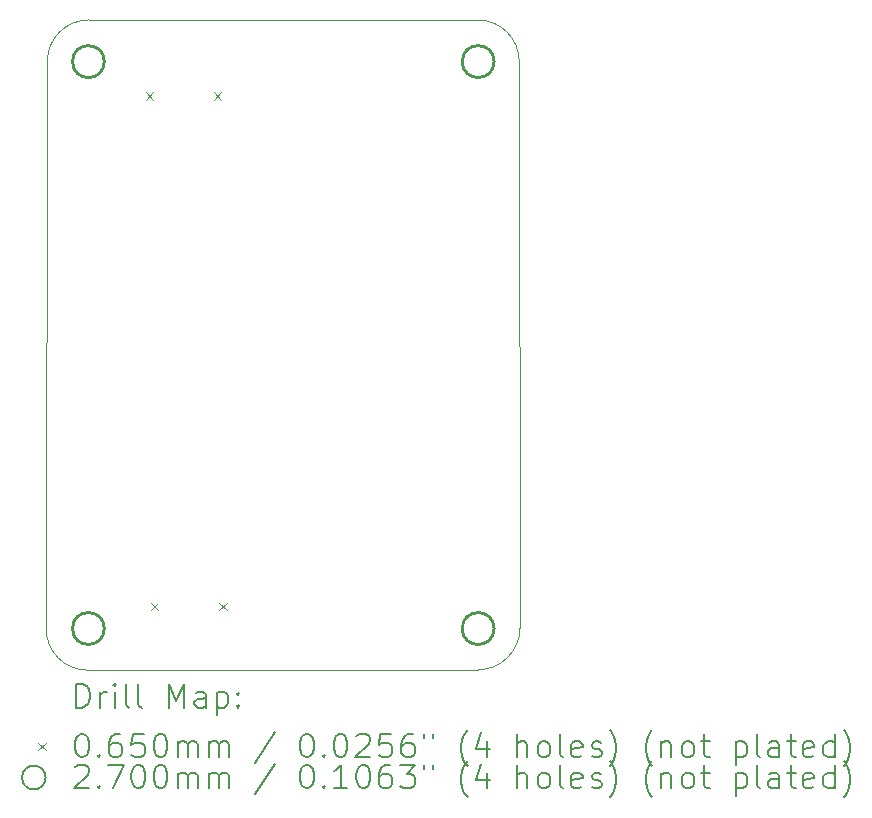
<source format=gbr>
%TF.GenerationSoftware,KiCad,Pcbnew,7.0.5*%
%TF.CreationDate,2023-07-07T08:45:00+03:00*%
%TF.ProjectId,carrier_board_v1,63617272-6965-4725-9f62-6f6172645f76,v01*%
%TF.SameCoordinates,Original*%
%TF.FileFunction,Drillmap*%
%TF.FilePolarity,Positive*%
%FSLAX45Y45*%
G04 Gerber Fmt 4.5, Leading zero omitted, Abs format (unit mm)*
G04 Created by KiCad (PCBNEW 7.0.5) date 2023-07-07 08:45:00*
%MOMM*%
%LPD*%
G01*
G04 APERTURE LIST*
%ADD10C,0.100000*%
%ADD11C,0.200000*%
%ADD12C,0.065000*%
%ADD13C,0.270000*%
G04 APERTURE END LIST*
D10*
X16653870Y-12994235D02*
X16647513Y-8197487D01*
X13002487Y-7847487D02*
G75*
G03*
X12652487Y-8197487I3J-350003D01*
G01*
X12652487Y-8197487D02*
X12642487Y-13002513D01*
X12992487Y-13352513D02*
X16299235Y-13348870D01*
X12642487Y-13002513D02*
G75*
G03*
X12992487Y-13352513I350003J3D01*
G01*
X16297513Y-7847487D02*
X13002487Y-7847487D01*
X16299235Y-13348870D02*
G75*
G03*
X16653870Y-12994235I5J354630D01*
G01*
X16647513Y-8197487D02*
G75*
G03*
X16297513Y-7847487I-350003J-3D01*
G01*
D11*
D12*
X13483500Y-8460500D02*
X13548500Y-8525500D01*
X13548500Y-8460500D02*
X13483500Y-8525500D01*
X13527250Y-12780000D02*
X13592250Y-12845000D01*
X13592250Y-12780000D02*
X13527250Y-12845000D01*
X14061500Y-8460500D02*
X14126500Y-8525500D01*
X14126500Y-8460500D02*
X14061500Y-8525500D01*
X14105250Y-12780000D02*
X14170250Y-12845000D01*
X14170250Y-12780000D02*
X14105250Y-12845000D01*
D13*
X13135000Y-8200000D02*
G75*
G03*
X13135000Y-8200000I-135000J0D01*
G01*
X13135000Y-13000000D02*
G75*
G03*
X13135000Y-13000000I-135000J0D01*
G01*
X16435000Y-8200000D02*
G75*
G03*
X16435000Y-8200000I-135000J0D01*
G01*
X16435000Y-13000000D02*
G75*
G03*
X16435000Y-13000000I-135000J0D01*
G01*
D11*
X12898264Y-13668996D02*
X12898264Y-13468996D01*
X12898264Y-13468996D02*
X12945883Y-13468996D01*
X12945883Y-13468996D02*
X12974455Y-13478520D01*
X12974455Y-13478520D02*
X12993502Y-13497568D01*
X12993502Y-13497568D02*
X13003026Y-13516615D01*
X13003026Y-13516615D02*
X13012550Y-13554711D01*
X13012550Y-13554711D02*
X13012550Y-13583282D01*
X13012550Y-13583282D02*
X13003026Y-13621377D01*
X13003026Y-13621377D02*
X12993502Y-13640425D01*
X12993502Y-13640425D02*
X12974455Y-13659473D01*
X12974455Y-13659473D02*
X12945883Y-13668996D01*
X12945883Y-13668996D02*
X12898264Y-13668996D01*
X13098264Y-13668996D02*
X13098264Y-13535663D01*
X13098264Y-13573758D02*
X13107788Y-13554711D01*
X13107788Y-13554711D02*
X13117312Y-13545187D01*
X13117312Y-13545187D02*
X13136359Y-13535663D01*
X13136359Y-13535663D02*
X13155407Y-13535663D01*
X13222074Y-13668996D02*
X13222074Y-13535663D01*
X13222074Y-13468996D02*
X13212550Y-13478520D01*
X13212550Y-13478520D02*
X13222074Y-13488044D01*
X13222074Y-13488044D02*
X13231597Y-13478520D01*
X13231597Y-13478520D02*
X13222074Y-13468996D01*
X13222074Y-13468996D02*
X13222074Y-13488044D01*
X13345883Y-13668996D02*
X13326836Y-13659473D01*
X13326836Y-13659473D02*
X13317312Y-13640425D01*
X13317312Y-13640425D02*
X13317312Y-13468996D01*
X13450645Y-13668996D02*
X13431597Y-13659473D01*
X13431597Y-13659473D02*
X13422074Y-13640425D01*
X13422074Y-13640425D02*
X13422074Y-13468996D01*
X13679217Y-13668996D02*
X13679217Y-13468996D01*
X13679217Y-13468996D02*
X13745883Y-13611853D01*
X13745883Y-13611853D02*
X13812550Y-13468996D01*
X13812550Y-13468996D02*
X13812550Y-13668996D01*
X13993502Y-13668996D02*
X13993502Y-13564234D01*
X13993502Y-13564234D02*
X13983978Y-13545187D01*
X13983978Y-13545187D02*
X13964931Y-13535663D01*
X13964931Y-13535663D02*
X13926836Y-13535663D01*
X13926836Y-13535663D02*
X13907788Y-13545187D01*
X13993502Y-13659473D02*
X13974455Y-13668996D01*
X13974455Y-13668996D02*
X13926836Y-13668996D01*
X13926836Y-13668996D02*
X13907788Y-13659473D01*
X13907788Y-13659473D02*
X13898264Y-13640425D01*
X13898264Y-13640425D02*
X13898264Y-13621377D01*
X13898264Y-13621377D02*
X13907788Y-13602330D01*
X13907788Y-13602330D02*
X13926836Y-13592806D01*
X13926836Y-13592806D02*
X13974455Y-13592806D01*
X13974455Y-13592806D02*
X13993502Y-13583282D01*
X14088740Y-13535663D02*
X14088740Y-13735663D01*
X14088740Y-13545187D02*
X14107788Y-13535663D01*
X14107788Y-13535663D02*
X14145883Y-13535663D01*
X14145883Y-13535663D02*
X14164931Y-13545187D01*
X14164931Y-13545187D02*
X14174455Y-13554711D01*
X14174455Y-13554711D02*
X14183978Y-13573758D01*
X14183978Y-13573758D02*
X14183978Y-13630901D01*
X14183978Y-13630901D02*
X14174455Y-13649949D01*
X14174455Y-13649949D02*
X14164931Y-13659473D01*
X14164931Y-13659473D02*
X14145883Y-13668996D01*
X14145883Y-13668996D02*
X14107788Y-13668996D01*
X14107788Y-13668996D02*
X14088740Y-13659473D01*
X14269693Y-13649949D02*
X14279217Y-13659473D01*
X14279217Y-13659473D02*
X14269693Y-13668996D01*
X14269693Y-13668996D02*
X14260169Y-13659473D01*
X14260169Y-13659473D02*
X14269693Y-13649949D01*
X14269693Y-13649949D02*
X14269693Y-13668996D01*
X14269693Y-13545187D02*
X14279217Y-13554711D01*
X14279217Y-13554711D02*
X14269693Y-13564234D01*
X14269693Y-13564234D02*
X14260169Y-13554711D01*
X14260169Y-13554711D02*
X14269693Y-13545187D01*
X14269693Y-13545187D02*
X14269693Y-13564234D01*
D12*
X12572487Y-13965013D02*
X12637487Y-14030013D01*
X12637487Y-13965013D02*
X12572487Y-14030013D01*
D11*
X12936359Y-13888996D02*
X12955407Y-13888996D01*
X12955407Y-13888996D02*
X12974455Y-13898520D01*
X12974455Y-13898520D02*
X12983978Y-13908044D01*
X12983978Y-13908044D02*
X12993502Y-13927092D01*
X12993502Y-13927092D02*
X13003026Y-13965187D01*
X13003026Y-13965187D02*
X13003026Y-14012806D01*
X13003026Y-14012806D02*
X12993502Y-14050901D01*
X12993502Y-14050901D02*
X12983978Y-14069949D01*
X12983978Y-14069949D02*
X12974455Y-14079473D01*
X12974455Y-14079473D02*
X12955407Y-14088996D01*
X12955407Y-14088996D02*
X12936359Y-14088996D01*
X12936359Y-14088996D02*
X12917312Y-14079473D01*
X12917312Y-14079473D02*
X12907788Y-14069949D01*
X12907788Y-14069949D02*
X12898264Y-14050901D01*
X12898264Y-14050901D02*
X12888740Y-14012806D01*
X12888740Y-14012806D02*
X12888740Y-13965187D01*
X12888740Y-13965187D02*
X12898264Y-13927092D01*
X12898264Y-13927092D02*
X12907788Y-13908044D01*
X12907788Y-13908044D02*
X12917312Y-13898520D01*
X12917312Y-13898520D02*
X12936359Y-13888996D01*
X13088740Y-14069949D02*
X13098264Y-14079473D01*
X13098264Y-14079473D02*
X13088740Y-14088996D01*
X13088740Y-14088996D02*
X13079217Y-14079473D01*
X13079217Y-14079473D02*
X13088740Y-14069949D01*
X13088740Y-14069949D02*
X13088740Y-14088996D01*
X13269693Y-13888996D02*
X13231597Y-13888996D01*
X13231597Y-13888996D02*
X13212550Y-13898520D01*
X13212550Y-13898520D02*
X13203026Y-13908044D01*
X13203026Y-13908044D02*
X13183978Y-13936615D01*
X13183978Y-13936615D02*
X13174455Y-13974711D01*
X13174455Y-13974711D02*
X13174455Y-14050901D01*
X13174455Y-14050901D02*
X13183978Y-14069949D01*
X13183978Y-14069949D02*
X13193502Y-14079473D01*
X13193502Y-14079473D02*
X13212550Y-14088996D01*
X13212550Y-14088996D02*
X13250645Y-14088996D01*
X13250645Y-14088996D02*
X13269693Y-14079473D01*
X13269693Y-14079473D02*
X13279217Y-14069949D01*
X13279217Y-14069949D02*
X13288740Y-14050901D01*
X13288740Y-14050901D02*
X13288740Y-14003282D01*
X13288740Y-14003282D02*
X13279217Y-13984234D01*
X13279217Y-13984234D02*
X13269693Y-13974711D01*
X13269693Y-13974711D02*
X13250645Y-13965187D01*
X13250645Y-13965187D02*
X13212550Y-13965187D01*
X13212550Y-13965187D02*
X13193502Y-13974711D01*
X13193502Y-13974711D02*
X13183978Y-13984234D01*
X13183978Y-13984234D02*
X13174455Y-14003282D01*
X13469693Y-13888996D02*
X13374455Y-13888996D01*
X13374455Y-13888996D02*
X13364931Y-13984234D01*
X13364931Y-13984234D02*
X13374455Y-13974711D01*
X13374455Y-13974711D02*
X13393502Y-13965187D01*
X13393502Y-13965187D02*
X13441121Y-13965187D01*
X13441121Y-13965187D02*
X13460169Y-13974711D01*
X13460169Y-13974711D02*
X13469693Y-13984234D01*
X13469693Y-13984234D02*
X13479217Y-14003282D01*
X13479217Y-14003282D02*
X13479217Y-14050901D01*
X13479217Y-14050901D02*
X13469693Y-14069949D01*
X13469693Y-14069949D02*
X13460169Y-14079473D01*
X13460169Y-14079473D02*
X13441121Y-14088996D01*
X13441121Y-14088996D02*
X13393502Y-14088996D01*
X13393502Y-14088996D02*
X13374455Y-14079473D01*
X13374455Y-14079473D02*
X13364931Y-14069949D01*
X13603026Y-13888996D02*
X13622074Y-13888996D01*
X13622074Y-13888996D02*
X13641121Y-13898520D01*
X13641121Y-13898520D02*
X13650645Y-13908044D01*
X13650645Y-13908044D02*
X13660169Y-13927092D01*
X13660169Y-13927092D02*
X13669693Y-13965187D01*
X13669693Y-13965187D02*
X13669693Y-14012806D01*
X13669693Y-14012806D02*
X13660169Y-14050901D01*
X13660169Y-14050901D02*
X13650645Y-14069949D01*
X13650645Y-14069949D02*
X13641121Y-14079473D01*
X13641121Y-14079473D02*
X13622074Y-14088996D01*
X13622074Y-14088996D02*
X13603026Y-14088996D01*
X13603026Y-14088996D02*
X13583978Y-14079473D01*
X13583978Y-14079473D02*
X13574455Y-14069949D01*
X13574455Y-14069949D02*
X13564931Y-14050901D01*
X13564931Y-14050901D02*
X13555407Y-14012806D01*
X13555407Y-14012806D02*
X13555407Y-13965187D01*
X13555407Y-13965187D02*
X13564931Y-13927092D01*
X13564931Y-13927092D02*
X13574455Y-13908044D01*
X13574455Y-13908044D02*
X13583978Y-13898520D01*
X13583978Y-13898520D02*
X13603026Y-13888996D01*
X13755407Y-14088996D02*
X13755407Y-13955663D01*
X13755407Y-13974711D02*
X13764931Y-13965187D01*
X13764931Y-13965187D02*
X13783978Y-13955663D01*
X13783978Y-13955663D02*
X13812550Y-13955663D01*
X13812550Y-13955663D02*
X13831598Y-13965187D01*
X13831598Y-13965187D02*
X13841121Y-13984234D01*
X13841121Y-13984234D02*
X13841121Y-14088996D01*
X13841121Y-13984234D02*
X13850645Y-13965187D01*
X13850645Y-13965187D02*
X13869693Y-13955663D01*
X13869693Y-13955663D02*
X13898264Y-13955663D01*
X13898264Y-13955663D02*
X13917312Y-13965187D01*
X13917312Y-13965187D02*
X13926836Y-13984234D01*
X13926836Y-13984234D02*
X13926836Y-14088996D01*
X14022074Y-14088996D02*
X14022074Y-13955663D01*
X14022074Y-13974711D02*
X14031598Y-13965187D01*
X14031598Y-13965187D02*
X14050645Y-13955663D01*
X14050645Y-13955663D02*
X14079217Y-13955663D01*
X14079217Y-13955663D02*
X14098264Y-13965187D01*
X14098264Y-13965187D02*
X14107788Y-13984234D01*
X14107788Y-13984234D02*
X14107788Y-14088996D01*
X14107788Y-13984234D02*
X14117312Y-13965187D01*
X14117312Y-13965187D02*
X14136359Y-13955663D01*
X14136359Y-13955663D02*
X14164931Y-13955663D01*
X14164931Y-13955663D02*
X14183979Y-13965187D01*
X14183979Y-13965187D02*
X14193502Y-13984234D01*
X14193502Y-13984234D02*
X14193502Y-14088996D01*
X14583979Y-13879473D02*
X14412550Y-14136615D01*
X14841121Y-13888996D02*
X14860169Y-13888996D01*
X14860169Y-13888996D02*
X14879217Y-13898520D01*
X14879217Y-13898520D02*
X14888741Y-13908044D01*
X14888741Y-13908044D02*
X14898264Y-13927092D01*
X14898264Y-13927092D02*
X14907788Y-13965187D01*
X14907788Y-13965187D02*
X14907788Y-14012806D01*
X14907788Y-14012806D02*
X14898264Y-14050901D01*
X14898264Y-14050901D02*
X14888741Y-14069949D01*
X14888741Y-14069949D02*
X14879217Y-14079473D01*
X14879217Y-14079473D02*
X14860169Y-14088996D01*
X14860169Y-14088996D02*
X14841121Y-14088996D01*
X14841121Y-14088996D02*
X14822074Y-14079473D01*
X14822074Y-14079473D02*
X14812550Y-14069949D01*
X14812550Y-14069949D02*
X14803026Y-14050901D01*
X14803026Y-14050901D02*
X14793502Y-14012806D01*
X14793502Y-14012806D02*
X14793502Y-13965187D01*
X14793502Y-13965187D02*
X14803026Y-13927092D01*
X14803026Y-13927092D02*
X14812550Y-13908044D01*
X14812550Y-13908044D02*
X14822074Y-13898520D01*
X14822074Y-13898520D02*
X14841121Y-13888996D01*
X14993502Y-14069949D02*
X15003026Y-14079473D01*
X15003026Y-14079473D02*
X14993502Y-14088996D01*
X14993502Y-14088996D02*
X14983979Y-14079473D01*
X14983979Y-14079473D02*
X14993502Y-14069949D01*
X14993502Y-14069949D02*
X14993502Y-14088996D01*
X15126836Y-13888996D02*
X15145883Y-13888996D01*
X15145883Y-13888996D02*
X15164931Y-13898520D01*
X15164931Y-13898520D02*
X15174455Y-13908044D01*
X15174455Y-13908044D02*
X15183979Y-13927092D01*
X15183979Y-13927092D02*
X15193502Y-13965187D01*
X15193502Y-13965187D02*
X15193502Y-14012806D01*
X15193502Y-14012806D02*
X15183979Y-14050901D01*
X15183979Y-14050901D02*
X15174455Y-14069949D01*
X15174455Y-14069949D02*
X15164931Y-14079473D01*
X15164931Y-14079473D02*
X15145883Y-14088996D01*
X15145883Y-14088996D02*
X15126836Y-14088996D01*
X15126836Y-14088996D02*
X15107788Y-14079473D01*
X15107788Y-14079473D02*
X15098264Y-14069949D01*
X15098264Y-14069949D02*
X15088741Y-14050901D01*
X15088741Y-14050901D02*
X15079217Y-14012806D01*
X15079217Y-14012806D02*
X15079217Y-13965187D01*
X15079217Y-13965187D02*
X15088741Y-13927092D01*
X15088741Y-13927092D02*
X15098264Y-13908044D01*
X15098264Y-13908044D02*
X15107788Y-13898520D01*
X15107788Y-13898520D02*
X15126836Y-13888996D01*
X15269693Y-13908044D02*
X15279217Y-13898520D01*
X15279217Y-13898520D02*
X15298264Y-13888996D01*
X15298264Y-13888996D02*
X15345883Y-13888996D01*
X15345883Y-13888996D02*
X15364931Y-13898520D01*
X15364931Y-13898520D02*
X15374455Y-13908044D01*
X15374455Y-13908044D02*
X15383979Y-13927092D01*
X15383979Y-13927092D02*
X15383979Y-13946139D01*
X15383979Y-13946139D02*
X15374455Y-13974711D01*
X15374455Y-13974711D02*
X15260169Y-14088996D01*
X15260169Y-14088996D02*
X15383979Y-14088996D01*
X15564931Y-13888996D02*
X15469693Y-13888996D01*
X15469693Y-13888996D02*
X15460169Y-13984234D01*
X15460169Y-13984234D02*
X15469693Y-13974711D01*
X15469693Y-13974711D02*
X15488741Y-13965187D01*
X15488741Y-13965187D02*
X15536360Y-13965187D01*
X15536360Y-13965187D02*
X15555407Y-13974711D01*
X15555407Y-13974711D02*
X15564931Y-13984234D01*
X15564931Y-13984234D02*
X15574455Y-14003282D01*
X15574455Y-14003282D02*
X15574455Y-14050901D01*
X15574455Y-14050901D02*
X15564931Y-14069949D01*
X15564931Y-14069949D02*
X15555407Y-14079473D01*
X15555407Y-14079473D02*
X15536360Y-14088996D01*
X15536360Y-14088996D02*
X15488741Y-14088996D01*
X15488741Y-14088996D02*
X15469693Y-14079473D01*
X15469693Y-14079473D02*
X15460169Y-14069949D01*
X15745883Y-13888996D02*
X15707788Y-13888996D01*
X15707788Y-13888996D02*
X15688741Y-13898520D01*
X15688741Y-13898520D02*
X15679217Y-13908044D01*
X15679217Y-13908044D02*
X15660169Y-13936615D01*
X15660169Y-13936615D02*
X15650645Y-13974711D01*
X15650645Y-13974711D02*
X15650645Y-14050901D01*
X15650645Y-14050901D02*
X15660169Y-14069949D01*
X15660169Y-14069949D02*
X15669693Y-14079473D01*
X15669693Y-14079473D02*
X15688741Y-14088996D01*
X15688741Y-14088996D02*
X15726836Y-14088996D01*
X15726836Y-14088996D02*
X15745883Y-14079473D01*
X15745883Y-14079473D02*
X15755407Y-14069949D01*
X15755407Y-14069949D02*
X15764931Y-14050901D01*
X15764931Y-14050901D02*
X15764931Y-14003282D01*
X15764931Y-14003282D02*
X15755407Y-13984234D01*
X15755407Y-13984234D02*
X15745883Y-13974711D01*
X15745883Y-13974711D02*
X15726836Y-13965187D01*
X15726836Y-13965187D02*
X15688741Y-13965187D01*
X15688741Y-13965187D02*
X15669693Y-13974711D01*
X15669693Y-13974711D02*
X15660169Y-13984234D01*
X15660169Y-13984234D02*
X15650645Y-14003282D01*
X15841122Y-13888996D02*
X15841122Y-13927092D01*
X15917312Y-13888996D02*
X15917312Y-13927092D01*
X16212550Y-14165187D02*
X16203026Y-14155663D01*
X16203026Y-14155663D02*
X16183979Y-14127092D01*
X16183979Y-14127092D02*
X16174455Y-14108044D01*
X16174455Y-14108044D02*
X16164931Y-14079473D01*
X16164931Y-14079473D02*
X16155407Y-14031853D01*
X16155407Y-14031853D02*
X16155407Y-13993758D01*
X16155407Y-13993758D02*
X16164931Y-13946139D01*
X16164931Y-13946139D02*
X16174455Y-13917568D01*
X16174455Y-13917568D02*
X16183979Y-13898520D01*
X16183979Y-13898520D02*
X16203026Y-13869949D01*
X16203026Y-13869949D02*
X16212550Y-13860425D01*
X16374455Y-13955663D02*
X16374455Y-14088996D01*
X16326836Y-13879473D02*
X16279217Y-14022330D01*
X16279217Y-14022330D02*
X16403026Y-14022330D01*
X16631598Y-14088996D02*
X16631598Y-13888996D01*
X16717312Y-14088996D02*
X16717312Y-13984234D01*
X16717312Y-13984234D02*
X16707788Y-13965187D01*
X16707788Y-13965187D02*
X16688741Y-13955663D01*
X16688741Y-13955663D02*
X16660169Y-13955663D01*
X16660169Y-13955663D02*
X16641122Y-13965187D01*
X16641122Y-13965187D02*
X16631598Y-13974711D01*
X16841122Y-14088996D02*
X16822074Y-14079473D01*
X16822074Y-14079473D02*
X16812550Y-14069949D01*
X16812550Y-14069949D02*
X16803027Y-14050901D01*
X16803027Y-14050901D02*
X16803027Y-13993758D01*
X16803027Y-13993758D02*
X16812550Y-13974711D01*
X16812550Y-13974711D02*
X16822074Y-13965187D01*
X16822074Y-13965187D02*
X16841122Y-13955663D01*
X16841122Y-13955663D02*
X16869693Y-13955663D01*
X16869693Y-13955663D02*
X16888741Y-13965187D01*
X16888741Y-13965187D02*
X16898265Y-13974711D01*
X16898265Y-13974711D02*
X16907788Y-13993758D01*
X16907788Y-13993758D02*
X16907788Y-14050901D01*
X16907788Y-14050901D02*
X16898265Y-14069949D01*
X16898265Y-14069949D02*
X16888741Y-14079473D01*
X16888741Y-14079473D02*
X16869693Y-14088996D01*
X16869693Y-14088996D02*
X16841122Y-14088996D01*
X17022074Y-14088996D02*
X17003027Y-14079473D01*
X17003027Y-14079473D02*
X16993503Y-14060425D01*
X16993503Y-14060425D02*
X16993503Y-13888996D01*
X17174455Y-14079473D02*
X17155408Y-14088996D01*
X17155408Y-14088996D02*
X17117312Y-14088996D01*
X17117312Y-14088996D02*
X17098265Y-14079473D01*
X17098265Y-14079473D02*
X17088741Y-14060425D01*
X17088741Y-14060425D02*
X17088741Y-13984234D01*
X17088741Y-13984234D02*
X17098265Y-13965187D01*
X17098265Y-13965187D02*
X17117312Y-13955663D01*
X17117312Y-13955663D02*
X17155408Y-13955663D01*
X17155408Y-13955663D02*
X17174455Y-13965187D01*
X17174455Y-13965187D02*
X17183979Y-13984234D01*
X17183979Y-13984234D02*
X17183979Y-14003282D01*
X17183979Y-14003282D02*
X17088741Y-14022330D01*
X17260169Y-14079473D02*
X17279217Y-14088996D01*
X17279217Y-14088996D02*
X17317312Y-14088996D01*
X17317312Y-14088996D02*
X17336360Y-14079473D01*
X17336360Y-14079473D02*
X17345884Y-14060425D01*
X17345884Y-14060425D02*
X17345884Y-14050901D01*
X17345884Y-14050901D02*
X17336360Y-14031853D01*
X17336360Y-14031853D02*
X17317312Y-14022330D01*
X17317312Y-14022330D02*
X17288741Y-14022330D01*
X17288741Y-14022330D02*
X17269693Y-14012806D01*
X17269693Y-14012806D02*
X17260169Y-13993758D01*
X17260169Y-13993758D02*
X17260169Y-13984234D01*
X17260169Y-13984234D02*
X17269693Y-13965187D01*
X17269693Y-13965187D02*
X17288741Y-13955663D01*
X17288741Y-13955663D02*
X17317312Y-13955663D01*
X17317312Y-13955663D02*
X17336360Y-13965187D01*
X17412550Y-14165187D02*
X17422074Y-14155663D01*
X17422074Y-14155663D02*
X17441122Y-14127092D01*
X17441122Y-14127092D02*
X17450646Y-14108044D01*
X17450646Y-14108044D02*
X17460169Y-14079473D01*
X17460169Y-14079473D02*
X17469693Y-14031853D01*
X17469693Y-14031853D02*
X17469693Y-13993758D01*
X17469693Y-13993758D02*
X17460169Y-13946139D01*
X17460169Y-13946139D02*
X17450646Y-13917568D01*
X17450646Y-13917568D02*
X17441122Y-13898520D01*
X17441122Y-13898520D02*
X17422074Y-13869949D01*
X17422074Y-13869949D02*
X17412550Y-13860425D01*
X17774455Y-14165187D02*
X17764931Y-14155663D01*
X17764931Y-14155663D02*
X17745884Y-14127092D01*
X17745884Y-14127092D02*
X17736360Y-14108044D01*
X17736360Y-14108044D02*
X17726836Y-14079473D01*
X17726836Y-14079473D02*
X17717312Y-14031853D01*
X17717312Y-14031853D02*
X17717312Y-13993758D01*
X17717312Y-13993758D02*
X17726836Y-13946139D01*
X17726836Y-13946139D02*
X17736360Y-13917568D01*
X17736360Y-13917568D02*
X17745884Y-13898520D01*
X17745884Y-13898520D02*
X17764931Y-13869949D01*
X17764931Y-13869949D02*
X17774455Y-13860425D01*
X17850646Y-13955663D02*
X17850646Y-14088996D01*
X17850646Y-13974711D02*
X17860169Y-13965187D01*
X17860169Y-13965187D02*
X17879217Y-13955663D01*
X17879217Y-13955663D02*
X17907789Y-13955663D01*
X17907789Y-13955663D02*
X17926836Y-13965187D01*
X17926836Y-13965187D02*
X17936360Y-13984234D01*
X17936360Y-13984234D02*
X17936360Y-14088996D01*
X18060169Y-14088996D02*
X18041122Y-14079473D01*
X18041122Y-14079473D02*
X18031598Y-14069949D01*
X18031598Y-14069949D02*
X18022074Y-14050901D01*
X18022074Y-14050901D02*
X18022074Y-13993758D01*
X18022074Y-13993758D02*
X18031598Y-13974711D01*
X18031598Y-13974711D02*
X18041122Y-13965187D01*
X18041122Y-13965187D02*
X18060169Y-13955663D01*
X18060169Y-13955663D02*
X18088741Y-13955663D01*
X18088741Y-13955663D02*
X18107789Y-13965187D01*
X18107789Y-13965187D02*
X18117312Y-13974711D01*
X18117312Y-13974711D02*
X18126836Y-13993758D01*
X18126836Y-13993758D02*
X18126836Y-14050901D01*
X18126836Y-14050901D02*
X18117312Y-14069949D01*
X18117312Y-14069949D02*
X18107789Y-14079473D01*
X18107789Y-14079473D02*
X18088741Y-14088996D01*
X18088741Y-14088996D02*
X18060169Y-14088996D01*
X18183979Y-13955663D02*
X18260169Y-13955663D01*
X18212550Y-13888996D02*
X18212550Y-14060425D01*
X18212550Y-14060425D02*
X18222074Y-14079473D01*
X18222074Y-14079473D02*
X18241122Y-14088996D01*
X18241122Y-14088996D02*
X18260169Y-14088996D01*
X18479217Y-13955663D02*
X18479217Y-14155663D01*
X18479217Y-13965187D02*
X18498265Y-13955663D01*
X18498265Y-13955663D02*
X18536360Y-13955663D01*
X18536360Y-13955663D02*
X18555408Y-13965187D01*
X18555408Y-13965187D02*
X18564931Y-13974711D01*
X18564931Y-13974711D02*
X18574455Y-13993758D01*
X18574455Y-13993758D02*
X18574455Y-14050901D01*
X18574455Y-14050901D02*
X18564931Y-14069949D01*
X18564931Y-14069949D02*
X18555408Y-14079473D01*
X18555408Y-14079473D02*
X18536360Y-14088996D01*
X18536360Y-14088996D02*
X18498265Y-14088996D01*
X18498265Y-14088996D02*
X18479217Y-14079473D01*
X18688741Y-14088996D02*
X18669693Y-14079473D01*
X18669693Y-14079473D02*
X18660170Y-14060425D01*
X18660170Y-14060425D02*
X18660170Y-13888996D01*
X18850646Y-14088996D02*
X18850646Y-13984234D01*
X18850646Y-13984234D02*
X18841122Y-13965187D01*
X18841122Y-13965187D02*
X18822074Y-13955663D01*
X18822074Y-13955663D02*
X18783979Y-13955663D01*
X18783979Y-13955663D02*
X18764931Y-13965187D01*
X18850646Y-14079473D02*
X18831598Y-14088996D01*
X18831598Y-14088996D02*
X18783979Y-14088996D01*
X18783979Y-14088996D02*
X18764931Y-14079473D01*
X18764931Y-14079473D02*
X18755408Y-14060425D01*
X18755408Y-14060425D02*
X18755408Y-14041377D01*
X18755408Y-14041377D02*
X18764931Y-14022330D01*
X18764931Y-14022330D02*
X18783979Y-14012806D01*
X18783979Y-14012806D02*
X18831598Y-14012806D01*
X18831598Y-14012806D02*
X18850646Y-14003282D01*
X18917312Y-13955663D02*
X18993503Y-13955663D01*
X18945884Y-13888996D02*
X18945884Y-14060425D01*
X18945884Y-14060425D02*
X18955408Y-14079473D01*
X18955408Y-14079473D02*
X18974455Y-14088996D01*
X18974455Y-14088996D02*
X18993503Y-14088996D01*
X19136360Y-14079473D02*
X19117312Y-14088996D01*
X19117312Y-14088996D02*
X19079217Y-14088996D01*
X19079217Y-14088996D02*
X19060170Y-14079473D01*
X19060170Y-14079473D02*
X19050646Y-14060425D01*
X19050646Y-14060425D02*
X19050646Y-13984234D01*
X19050646Y-13984234D02*
X19060170Y-13965187D01*
X19060170Y-13965187D02*
X19079217Y-13955663D01*
X19079217Y-13955663D02*
X19117312Y-13955663D01*
X19117312Y-13955663D02*
X19136360Y-13965187D01*
X19136360Y-13965187D02*
X19145884Y-13984234D01*
X19145884Y-13984234D02*
X19145884Y-14003282D01*
X19145884Y-14003282D02*
X19050646Y-14022330D01*
X19317312Y-14088996D02*
X19317312Y-13888996D01*
X19317312Y-14079473D02*
X19298265Y-14088996D01*
X19298265Y-14088996D02*
X19260170Y-14088996D01*
X19260170Y-14088996D02*
X19241122Y-14079473D01*
X19241122Y-14079473D02*
X19231598Y-14069949D01*
X19231598Y-14069949D02*
X19222074Y-14050901D01*
X19222074Y-14050901D02*
X19222074Y-13993758D01*
X19222074Y-13993758D02*
X19231598Y-13974711D01*
X19231598Y-13974711D02*
X19241122Y-13965187D01*
X19241122Y-13965187D02*
X19260170Y-13955663D01*
X19260170Y-13955663D02*
X19298265Y-13955663D01*
X19298265Y-13955663D02*
X19317312Y-13965187D01*
X19393503Y-14165187D02*
X19403027Y-14155663D01*
X19403027Y-14155663D02*
X19422074Y-14127092D01*
X19422074Y-14127092D02*
X19431598Y-14108044D01*
X19431598Y-14108044D02*
X19441122Y-14079473D01*
X19441122Y-14079473D02*
X19450646Y-14031853D01*
X19450646Y-14031853D02*
X19450646Y-13993758D01*
X19450646Y-13993758D02*
X19441122Y-13946139D01*
X19441122Y-13946139D02*
X19431598Y-13917568D01*
X19431598Y-13917568D02*
X19422074Y-13898520D01*
X19422074Y-13898520D02*
X19403027Y-13869949D01*
X19403027Y-13869949D02*
X19393503Y-13860425D01*
X12637487Y-14261513D02*
G75*
G03*
X12637487Y-14261513I-100000J0D01*
G01*
X12888740Y-14172044D02*
X12898264Y-14162520D01*
X12898264Y-14162520D02*
X12917312Y-14152996D01*
X12917312Y-14152996D02*
X12964931Y-14152996D01*
X12964931Y-14152996D02*
X12983978Y-14162520D01*
X12983978Y-14162520D02*
X12993502Y-14172044D01*
X12993502Y-14172044D02*
X13003026Y-14191092D01*
X13003026Y-14191092D02*
X13003026Y-14210139D01*
X13003026Y-14210139D02*
X12993502Y-14238711D01*
X12993502Y-14238711D02*
X12879217Y-14352996D01*
X12879217Y-14352996D02*
X13003026Y-14352996D01*
X13088740Y-14333949D02*
X13098264Y-14343473D01*
X13098264Y-14343473D02*
X13088740Y-14352996D01*
X13088740Y-14352996D02*
X13079217Y-14343473D01*
X13079217Y-14343473D02*
X13088740Y-14333949D01*
X13088740Y-14333949D02*
X13088740Y-14352996D01*
X13164931Y-14152996D02*
X13298264Y-14152996D01*
X13298264Y-14152996D02*
X13212550Y-14352996D01*
X13412550Y-14152996D02*
X13431598Y-14152996D01*
X13431598Y-14152996D02*
X13450645Y-14162520D01*
X13450645Y-14162520D02*
X13460169Y-14172044D01*
X13460169Y-14172044D02*
X13469693Y-14191092D01*
X13469693Y-14191092D02*
X13479217Y-14229187D01*
X13479217Y-14229187D02*
X13479217Y-14276806D01*
X13479217Y-14276806D02*
X13469693Y-14314901D01*
X13469693Y-14314901D02*
X13460169Y-14333949D01*
X13460169Y-14333949D02*
X13450645Y-14343473D01*
X13450645Y-14343473D02*
X13431598Y-14352996D01*
X13431598Y-14352996D02*
X13412550Y-14352996D01*
X13412550Y-14352996D02*
X13393502Y-14343473D01*
X13393502Y-14343473D02*
X13383978Y-14333949D01*
X13383978Y-14333949D02*
X13374455Y-14314901D01*
X13374455Y-14314901D02*
X13364931Y-14276806D01*
X13364931Y-14276806D02*
X13364931Y-14229187D01*
X13364931Y-14229187D02*
X13374455Y-14191092D01*
X13374455Y-14191092D02*
X13383978Y-14172044D01*
X13383978Y-14172044D02*
X13393502Y-14162520D01*
X13393502Y-14162520D02*
X13412550Y-14152996D01*
X13603026Y-14152996D02*
X13622074Y-14152996D01*
X13622074Y-14152996D02*
X13641121Y-14162520D01*
X13641121Y-14162520D02*
X13650645Y-14172044D01*
X13650645Y-14172044D02*
X13660169Y-14191092D01*
X13660169Y-14191092D02*
X13669693Y-14229187D01*
X13669693Y-14229187D02*
X13669693Y-14276806D01*
X13669693Y-14276806D02*
X13660169Y-14314901D01*
X13660169Y-14314901D02*
X13650645Y-14333949D01*
X13650645Y-14333949D02*
X13641121Y-14343473D01*
X13641121Y-14343473D02*
X13622074Y-14352996D01*
X13622074Y-14352996D02*
X13603026Y-14352996D01*
X13603026Y-14352996D02*
X13583978Y-14343473D01*
X13583978Y-14343473D02*
X13574455Y-14333949D01*
X13574455Y-14333949D02*
X13564931Y-14314901D01*
X13564931Y-14314901D02*
X13555407Y-14276806D01*
X13555407Y-14276806D02*
X13555407Y-14229187D01*
X13555407Y-14229187D02*
X13564931Y-14191092D01*
X13564931Y-14191092D02*
X13574455Y-14172044D01*
X13574455Y-14172044D02*
X13583978Y-14162520D01*
X13583978Y-14162520D02*
X13603026Y-14152996D01*
X13755407Y-14352996D02*
X13755407Y-14219663D01*
X13755407Y-14238711D02*
X13764931Y-14229187D01*
X13764931Y-14229187D02*
X13783978Y-14219663D01*
X13783978Y-14219663D02*
X13812550Y-14219663D01*
X13812550Y-14219663D02*
X13831598Y-14229187D01*
X13831598Y-14229187D02*
X13841121Y-14248234D01*
X13841121Y-14248234D02*
X13841121Y-14352996D01*
X13841121Y-14248234D02*
X13850645Y-14229187D01*
X13850645Y-14229187D02*
X13869693Y-14219663D01*
X13869693Y-14219663D02*
X13898264Y-14219663D01*
X13898264Y-14219663D02*
X13917312Y-14229187D01*
X13917312Y-14229187D02*
X13926836Y-14248234D01*
X13926836Y-14248234D02*
X13926836Y-14352996D01*
X14022074Y-14352996D02*
X14022074Y-14219663D01*
X14022074Y-14238711D02*
X14031598Y-14229187D01*
X14031598Y-14229187D02*
X14050645Y-14219663D01*
X14050645Y-14219663D02*
X14079217Y-14219663D01*
X14079217Y-14219663D02*
X14098264Y-14229187D01*
X14098264Y-14229187D02*
X14107788Y-14248234D01*
X14107788Y-14248234D02*
X14107788Y-14352996D01*
X14107788Y-14248234D02*
X14117312Y-14229187D01*
X14117312Y-14229187D02*
X14136359Y-14219663D01*
X14136359Y-14219663D02*
X14164931Y-14219663D01*
X14164931Y-14219663D02*
X14183979Y-14229187D01*
X14183979Y-14229187D02*
X14193502Y-14248234D01*
X14193502Y-14248234D02*
X14193502Y-14352996D01*
X14583979Y-14143473D02*
X14412550Y-14400615D01*
X14841121Y-14152996D02*
X14860169Y-14152996D01*
X14860169Y-14152996D02*
X14879217Y-14162520D01*
X14879217Y-14162520D02*
X14888741Y-14172044D01*
X14888741Y-14172044D02*
X14898264Y-14191092D01*
X14898264Y-14191092D02*
X14907788Y-14229187D01*
X14907788Y-14229187D02*
X14907788Y-14276806D01*
X14907788Y-14276806D02*
X14898264Y-14314901D01*
X14898264Y-14314901D02*
X14888741Y-14333949D01*
X14888741Y-14333949D02*
X14879217Y-14343473D01*
X14879217Y-14343473D02*
X14860169Y-14352996D01*
X14860169Y-14352996D02*
X14841121Y-14352996D01*
X14841121Y-14352996D02*
X14822074Y-14343473D01*
X14822074Y-14343473D02*
X14812550Y-14333949D01*
X14812550Y-14333949D02*
X14803026Y-14314901D01*
X14803026Y-14314901D02*
X14793502Y-14276806D01*
X14793502Y-14276806D02*
X14793502Y-14229187D01*
X14793502Y-14229187D02*
X14803026Y-14191092D01*
X14803026Y-14191092D02*
X14812550Y-14172044D01*
X14812550Y-14172044D02*
X14822074Y-14162520D01*
X14822074Y-14162520D02*
X14841121Y-14152996D01*
X14993502Y-14333949D02*
X15003026Y-14343473D01*
X15003026Y-14343473D02*
X14993502Y-14352996D01*
X14993502Y-14352996D02*
X14983979Y-14343473D01*
X14983979Y-14343473D02*
X14993502Y-14333949D01*
X14993502Y-14333949D02*
X14993502Y-14352996D01*
X15193502Y-14352996D02*
X15079217Y-14352996D01*
X15136360Y-14352996D02*
X15136360Y-14152996D01*
X15136360Y-14152996D02*
X15117312Y-14181568D01*
X15117312Y-14181568D02*
X15098264Y-14200615D01*
X15098264Y-14200615D02*
X15079217Y-14210139D01*
X15317312Y-14152996D02*
X15336360Y-14152996D01*
X15336360Y-14152996D02*
X15355407Y-14162520D01*
X15355407Y-14162520D02*
X15364931Y-14172044D01*
X15364931Y-14172044D02*
X15374455Y-14191092D01*
X15374455Y-14191092D02*
X15383979Y-14229187D01*
X15383979Y-14229187D02*
X15383979Y-14276806D01*
X15383979Y-14276806D02*
X15374455Y-14314901D01*
X15374455Y-14314901D02*
X15364931Y-14333949D01*
X15364931Y-14333949D02*
X15355407Y-14343473D01*
X15355407Y-14343473D02*
X15336360Y-14352996D01*
X15336360Y-14352996D02*
X15317312Y-14352996D01*
X15317312Y-14352996D02*
X15298264Y-14343473D01*
X15298264Y-14343473D02*
X15288741Y-14333949D01*
X15288741Y-14333949D02*
X15279217Y-14314901D01*
X15279217Y-14314901D02*
X15269693Y-14276806D01*
X15269693Y-14276806D02*
X15269693Y-14229187D01*
X15269693Y-14229187D02*
X15279217Y-14191092D01*
X15279217Y-14191092D02*
X15288741Y-14172044D01*
X15288741Y-14172044D02*
X15298264Y-14162520D01*
X15298264Y-14162520D02*
X15317312Y-14152996D01*
X15555407Y-14152996D02*
X15517312Y-14152996D01*
X15517312Y-14152996D02*
X15498264Y-14162520D01*
X15498264Y-14162520D02*
X15488741Y-14172044D01*
X15488741Y-14172044D02*
X15469693Y-14200615D01*
X15469693Y-14200615D02*
X15460169Y-14238711D01*
X15460169Y-14238711D02*
X15460169Y-14314901D01*
X15460169Y-14314901D02*
X15469693Y-14333949D01*
X15469693Y-14333949D02*
X15479217Y-14343473D01*
X15479217Y-14343473D02*
X15498264Y-14352996D01*
X15498264Y-14352996D02*
X15536360Y-14352996D01*
X15536360Y-14352996D02*
X15555407Y-14343473D01*
X15555407Y-14343473D02*
X15564931Y-14333949D01*
X15564931Y-14333949D02*
X15574455Y-14314901D01*
X15574455Y-14314901D02*
X15574455Y-14267282D01*
X15574455Y-14267282D02*
X15564931Y-14248234D01*
X15564931Y-14248234D02*
X15555407Y-14238711D01*
X15555407Y-14238711D02*
X15536360Y-14229187D01*
X15536360Y-14229187D02*
X15498264Y-14229187D01*
X15498264Y-14229187D02*
X15479217Y-14238711D01*
X15479217Y-14238711D02*
X15469693Y-14248234D01*
X15469693Y-14248234D02*
X15460169Y-14267282D01*
X15641122Y-14152996D02*
X15764931Y-14152996D01*
X15764931Y-14152996D02*
X15698264Y-14229187D01*
X15698264Y-14229187D02*
X15726836Y-14229187D01*
X15726836Y-14229187D02*
X15745883Y-14238711D01*
X15745883Y-14238711D02*
X15755407Y-14248234D01*
X15755407Y-14248234D02*
X15764931Y-14267282D01*
X15764931Y-14267282D02*
X15764931Y-14314901D01*
X15764931Y-14314901D02*
X15755407Y-14333949D01*
X15755407Y-14333949D02*
X15745883Y-14343473D01*
X15745883Y-14343473D02*
X15726836Y-14352996D01*
X15726836Y-14352996D02*
X15669693Y-14352996D01*
X15669693Y-14352996D02*
X15650645Y-14343473D01*
X15650645Y-14343473D02*
X15641122Y-14333949D01*
X15841122Y-14152996D02*
X15841122Y-14191092D01*
X15917312Y-14152996D02*
X15917312Y-14191092D01*
X16212550Y-14429187D02*
X16203026Y-14419663D01*
X16203026Y-14419663D02*
X16183979Y-14391092D01*
X16183979Y-14391092D02*
X16174455Y-14372044D01*
X16174455Y-14372044D02*
X16164931Y-14343473D01*
X16164931Y-14343473D02*
X16155407Y-14295853D01*
X16155407Y-14295853D02*
X16155407Y-14257758D01*
X16155407Y-14257758D02*
X16164931Y-14210139D01*
X16164931Y-14210139D02*
X16174455Y-14181568D01*
X16174455Y-14181568D02*
X16183979Y-14162520D01*
X16183979Y-14162520D02*
X16203026Y-14133949D01*
X16203026Y-14133949D02*
X16212550Y-14124425D01*
X16374455Y-14219663D02*
X16374455Y-14352996D01*
X16326836Y-14143473D02*
X16279217Y-14286330D01*
X16279217Y-14286330D02*
X16403026Y-14286330D01*
X16631598Y-14352996D02*
X16631598Y-14152996D01*
X16717312Y-14352996D02*
X16717312Y-14248234D01*
X16717312Y-14248234D02*
X16707788Y-14229187D01*
X16707788Y-14229187D02*
X16688741Y-14219663D01*
X16688741Y-14219663D02*
X16660169Y-14219663D01*
X16660169Y-14219663D02*
X16641122Y-14229187D01*
X16641122Y-14229187D02*
X16631598Y-14238711D01*
X16841122Y-14352996D02*
X16822074Y-14343473D01*
X16822074Y-14343473D02*
X16812550Y-14333949D01*
X16812550Y-14333949D02*
X16803027Y-14314901D01*
X16803027Y-14314901D02*
X16803027Y-14257758D01*
X16803027Y-14257758D02*
X16812550Y-14238711D01*
X16812550Y-14238711D02*
X16822074Y-14229187D01*
X16822074Y-14229187D02*
X16841122Y-14219663D01*
X16841122Y-14219663D02*
X16869693Y-14219663D01*
X16869693Y-14219663D02*
X16888741Y-14229187D01*
X16888741Y-14229187D02*
X16898265Y-14238711D01*
X16898265Y-14238711D02*
X16907788Y-14257758D01*
X16907788Y-14257758D02*
X16907788Y-14314901D01*
X16907788Y-14314901D02*
X16898265Y-14333949D01*
X16898265Y-14333949D02*
X16888741Y-14343473D01*
X16888741Y-14343473D02*
X16869693Y-14352996D01*
X16869693Y-14352996D02*
X16841122Y-14352996D01*
X17022074Y-14352996D02*
X17003027Y-14343473D01*
X17003027Y-14343473D02*
X16993503Y-14324425D01*
X16993503Y-14324425D02*
X16993503Y-14152996D01*
X17174455Y-14343473D02*
X17155408Y-14352996D01*
X17155408Y-14352996D02*
X17117312Y-14352996D01*
X17117312Y-14352996D02*
X17098265Y-14343473D01*
X17098265Y-14343473D02*
X17088741Y-14324425D01*
X17088741Y-14324425D02*
X17088741Y-14248234D01*
X17088741Y-14248234D02*
X17098265Y-14229187D01*
X17098265Y-14229187D02*
X17117312Y-14219663D01*
X17117312Y-14219663D02*
X17155408Y-14219663D01*
X17155408Y-14219663D02*
X17174455Y-14229187D01*
X17174455Y-14229187D02*
X17183979Y-14248234D01*
X17183979Y-14248234D02*
X17183979Y-14267282D01*
X17183979Y-14267282D02*
X17088741Y-14286330D01*
X17260169Y-14343473D02*
X17279217Y-14352996D01*
X17279217Y-14352996D02*
X17317312Y-14352996D01*
X17317312Y-14352996D02*
X17336360Y-14343473D01*
X17336360Y-14343473D02*
X17345884Y-14324425D01*
X17345884Y-14324425D02*
X17345884Y-14314901D01*
X17345884Y-14314901D02*
X17336360Y-14295853D01*
X17336360Y-14295853D02*
X17317312Y-14286330D01*
X17317312Y-14286330D02*
X17288741Y-14286330D01*
X17288741Y-14286330D02*
X17269693Y-14276806D01*
X17269693Y-14276806D02*
X17260169Y-14257758D01*
X17260169Y-14257758D02*
X17260169Y-14248234D01*
X17260169Y-14248234D02*
X17269693Y-14229187D01*
X17269693Y-14229187D02*
X17288741Y-14219663D01*
X17288741Y-14219663D02*
X17317312Y-14219663D01*
X17317312Y-14219663D02*
X17336360Y-14229187D01*
X17412550Y-14429187D02*
X17422074Y-14419663D01*
X17422074Y-14419663D02*
X17441122Y-14391092D01*
X17441122Y-14391092D02*
X17450646Y-14372044D01*
X17450646Y-14372044D02*
X17460169Y-14343473D01*
X17460169Y-14343473D02*
X17469693Y-14295853D01*
X17469693Y-14295853D02*
X17469693Y-14257758D01*
X17469693Y-14257758D02*
X17460169Y-14210139D01*
X17460169Y-14210139D02*
X17450646Y-14181568D01*
X17450646Y-14181568D02*
X17441122Y-14162520D01*
X17441122Y-14162520D02*
X17422074Y-14133949D01*
X17422074Y-14133949D02*
X17412550Y-14124425D01*
X17774455Y-14429187D02*
X17764931Y-14419663D01*
X17764931Y-14419663D02*
X17745884Y-14391092D01*
X17745884Y-14391092D02*
X17736360Y-14372044D01*
X17736360Y-14372044D02*
X17726836Y-14343473D01*
X17726836Y-14343473D02*
X17717312Y-14295853D01*
X17717312Y-14295853D02*
X17717312Y-14257758D01*
X17717312Y-14257758D02*
X17726836Y-14210139D01*
X17726836Y-14210139D02*
X17736360Y-14181568D01*
X17736360Y-14181568D02*
X17745884Y-14162520D01*
X17745884Y-14162520D02*
X17764931Y-14133949D01*
X17764931Y-14133949D02*
X17774455Y-14124425D01*
X17850646Y-14219663D02*
X17850646Y-14352996D01*
X17850646Y-14238711D02*
X17860169Y-14229187D01*
X17860169Y-14229187D02*
X17879217Y-14219663D01*
X17879217Y-14219663D02*
X17907789Y-14219663D01*
X17907789Y-14219663D02*
X17926836Y-14229187D01*
X17926836Y-14229187D02*
X17936360Y-14248234D01*
X17936360Y-14248234D02*
X17936360Y-14352996D01*
X18060169Y-14352996D02*
X18041122Y-14343473D01*
X18041122Y-14343473D02*
X18031598Y-14333949D01*
X18031598Y-14333949D02*
X18022074Y-14314901D01*
X18022074Y-14314901D02*
X18022074Y-14257758D01*
X18022074Y-14257758D02*
X18031598Y-14238711D01*
X18031598Y-14238711D02*
X18041122Y-14229187D01*
X18041122Y-14229187D02*
X18060169Y-14219663D01*
X18060169Y-14219663D02*
X18088741Y-14219663D01*
X18088741Y-14219663D02*
X18107789Y-14229187D01*
X18107789Y-14229187D02*
X18117312Y-14238711D01*
X18117312Y-14238711D02*
X18126836Y-14257758D01*
X18126836Y-14257758D02*
X18126836Y-14314901D01*
X18126836Y-14314901D02*
X18117312Y-14333949D01*
X18117312Y-14333949D02*
X18107789Y-14343473D01*
X18107789Y-14343473D02*
X18088741Y-14352996D01*
X18088741Y-14352996D02*
X18060169Y-14352996D01*
X18183979Y-14219663D02*
X18260169Y-14219663D01*
X18212550Y-14152996D02*
X18212550Y-14324425D01*
X18212550Y-14324425D02*
X18222074Y-14343473D01*
X18222074Y-14343473D02*
X18241122Y-14352996D01*
X18241122Y-14352996D02*
X18260169Y-14352996D01*
X18479217Y-14219663D02*
X18479217Y-14419663D01*
X18479217Y-14229187D02*
X18498265Y-14219663D01*
X18498265Y-14219663D02*
X18536360Y-14219663D01*
X18536360Y-14219663D02*
X18555408Y-14229187D01*
X18555408Y-14229187D02*
X18564931Y-14238711D01*
X18564931Y-14238711D02*
X18574455Y-14257758D01*
X18574455Y-14257758D02*
X18574455Y-14314901D01*
X18574455Y-14314901D02*
X18564931Y-14333949D01*
X18564931Y-14333949D02*
X18555408Y-14343473D01*
X18555408Y-14343473D02*
X18536360Y-14352996D01*
X18536360Y-14352996D02*
X18498265Y-14352996D01*
X18498265Y-14352996D02*
X18479217Y-14343473D01*
X18688741Y-14352996D02*
X18669693Y-14343473D01*
X18669693Y-14343473D02*
X18660170Y-14324425D01*
X18660170Y-14324425D02*
X18660170Y-14152996D01*
X18850646Y-14352996D02*
X18850646Y-14248234D01*
X18850646Y-14248234D02*
X18841122Y-14229187D01*
X18841122Y-14229187D02*
X18822074Y-14219663D01*
X18822074Y-14219663D02*
X18783979Y-14219663D01*
X18783979Y-14219663D02*
X18764931Y-14229187D01*
X18850646Y-14343473D02*
X18831598Y-14352996D01*
X18831598Y-14352996D02*
X18783979Y-14352996D01*
X18783979Y-14352996D02*
X18764931Y-14343473D01*
X18764931Y-14343473D02*
X18755408Y-14324425D01*
X18755408Y-14324425D02*
X18755408Y-14305377D01*
X18755408Y-14305377D02*
X18764931Y-14286330D01*
X18764931Y-14286330D02*
X18783979Y-14276806D01*
X18783979Y-14276806D02*
X18831598Y-14276806D01*
X18831598Y-14276806D02*
X18850646Y-14267282D01*
X18917312Y-14219663D02*
X18993503Y-14219663D01*
X18945884Y-14152996D02*
X18945884Y-14324425D01*
X18945884Y-14324425D02*
X18955408Y-14343473D01*
X18955408Y-14343473D02*
X18974455Y-14352996D01*
X18974455Y-14352996D02*
X18993503Y-14352996D01*
X19136360Y-14343473D02*
X19117312Y-14352996D01*
X19117312Y-14352996D02*
X19079217Y-14352996D01*
X19079217Y-14352996D02*
X19060170Y-14343473D01*
X19060170Y-14343473D02*
X19050646Y-14324425D01*
X19050646Y-14324425D02*
X19050646Y-14248234D01*
X19050646Y-14248234D02*
X19060170Y-14229187D01*
X19060170Y-14229187D02*
X19079217Y-14219663D01*
X19079217Y-14219663D02*
X19117312Y-14219663D01*
X19117312Y-14219663D02*
X19136360Y-14229187D01*
X19136360Y-14229187D02*
X19145884Y-14248234D01*
X19145884Y-14248234D02*
X19145884Y-14267282D01*
X19145884Y-14267282D02*
X19050646Y-14286330D01*
X19317312Y-14352996D02*
X19317312Y-14152996D01*
X19317312Y-14343473D02*
X19298265Y-14352996D01*
X19298265Y-14352996D02*
X19260170Y-14352996D01*
X19260170Y-14352996D02*
X19241122Y-14343473D01*
X19241122Y-14343473D02*
X19231598Y-14333949D01*
X19231598Y-14333949D02*
X19222074Y-14314901D01*
X19222074Y-14314901D02*
X19222074Y-14257758D01*
X19222074Y-14257758D02*
X19231598Y-14238711D01*
X19231598Y-14238711D02*
X19241122Y-14229187D01*
X19241122Y-14229187D02*
X19260170Y-14219663D01*
X19260170Y-14219663D02*
X19298265Y-14219663D01*
X19298265Y-14219663D02*
X19317312Y-14229187D01*
X19393503Y-14429187D02*
X19403027Y-14419663D01*
X19403027Y-14419663D02*
X19422074Y-14391092D01*
X19422074Y-14391092D02*
X19431598Y-14372044D01*
X19431598Y-14372044D02*
X19441122Y-14343473D01*
X19441122Y-14343473D02*
X19450646Y-14295853D01*
X19450646Y-14295853D02*
X19450646Y-14257758D01*
X19450646Y-14257758D02*
X19441122Y-14210139D01*
X19441122Y-14210139D02*
X19431598Y-14181568D01*
X19431598Y-14181568D02*
X19422074Y-14162520D01*
X19422074Y-14162520D02*
X19403027Y-14133949D01*
X19403027Y-14133949D02*
X19393503Y-14124425D01*
M02*

</source>
